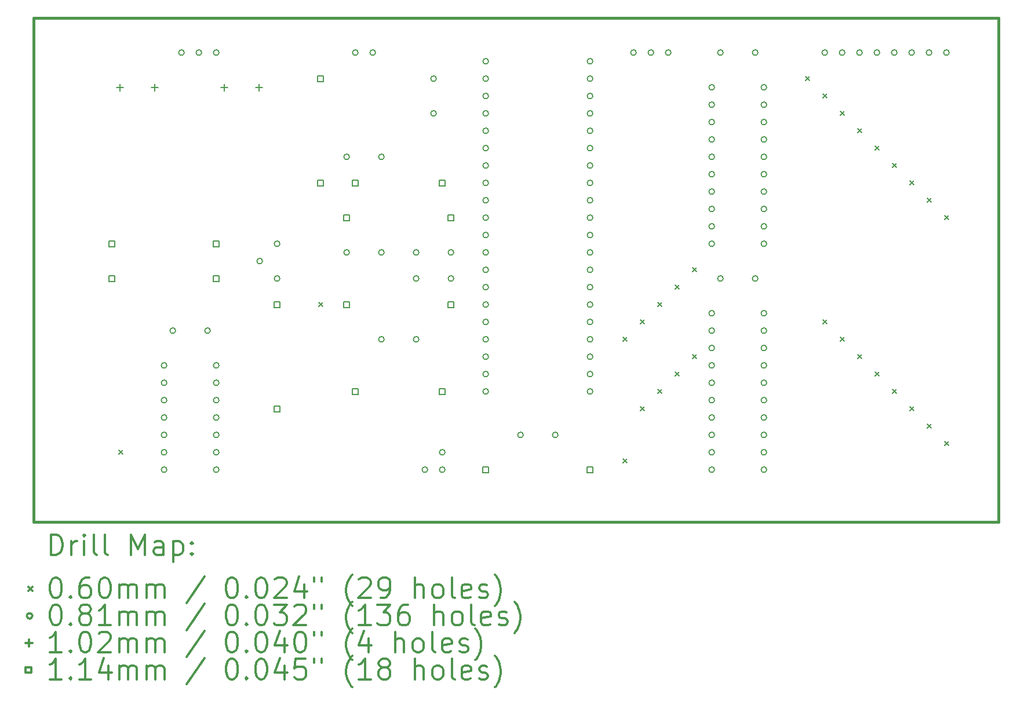
<source format=gbr>
%FSLAX45Y45*%
G04 Gerber Fmt 4.5, Leading zero omitted, Abs format (unit mm)*
G04 Created by KiCad (PCBNEW 4.0.5+dfsg1-4+deb9u1) date Mon Sep 26 08:32:42 2022*
%MOMM*%
%LPD*%
G01*
G04 APERTURE LIST*
%ADD10C,0.127000*%
%ADD11C,0.381000*%
%ADD12C,0.200000*%
%ADD13C,0.300000*%
G04 APERTURE END LIST*
D10*
D11*
X7493000Y-5969000D02*
X7493000Y-13335000D01*
X21590000Y-5969000D02*
X7493000Y-5969000D01*
X21590000Y-13335000D02*
X21590000Y-5969000D01*
X7493000Y-13335000D02*
X21590000Y-13335000D01*
D12*
X8733028Y-12289028D02*
X8792972Y-12348972D01*
X8792972Y-12289028D02*
X8733028Y-12348972D01*
X11654028Y-10130028D02*
X11713972Y-10189972D01*
X11713972Y-10130028D02*
X11654028Y-10189972D01*
X16099028Y-10638028D02*
X16158972Y-10697972D01*
X16158972Y-10638028D02*
X16099028Y-10697972D01*
X16099028Y-12416028D02*
X16158972Y-12475972D01*
X16158972Y-12416028D02*
X16099028Y-12475972D01*
X16353028Y-10384028D02*
X16412972Y-10443972D01*
X16412972Y-10384028D02*
X16353028Y-10443972D01*
X16353028Y-11654028D02*
X16412972Y-11713972D01*
X16412972Y-11654028D02*
X16353028Y-11713972D01*
X16607028Y-10130028D02*
X16666972Y-10189972D01*
X16666972Y-10130028D02*
X16607028Y-10189972D01*
X16607028Y-11400028D02*
X16666972Y-11459972D01*
X16666972Y-11400028D02*
X16607028Y-11459972D01*
X16861028Y-9876028D02*
X16920972Y-9935972D01*
X16920972Y-9876028D02*
X16861028Y-9935972D01*
X16861028Y-11146028D02*
X16920972Y-11205972D01*
X16920972Y-11146028D02*
X16861028Y-11205972D01*
X17115028Y-9622028D02*
X17174972Y-9681972D01*
X17174972Y-9622028D02*
X17115028Y-9681972D01*
X17115028Y-10892028D02*
X17174972Y-10951972D01*
X17174972Y-10892028D02*
X17115028Y-10951972D01*
X18766028Y-6828028D02*
X18825972Y-6887972D01*
X18825972Y-6828028D02*
X18766028Y-6887972D01*
X19020028Y-7082028D02*
X19079972Y-7141972D01*
X19079972Y-7082028D02*
X19020028Y-7141972D01*
X19020028Y-10384028D02*
X19079972Y-10443972D01*
X19079972Y-10384028D02*
X19020028Y-10443972D01*
X19274028Y-7336028D02*
X19333972Y-7395972D01*
X19333972Y-7336028D02*
X19274028Y-7395972D01*
X19274028Y-10638028D02*
X19333972Y-10697972D01*
X19333972Y-10638028D02*
X19274028Y-10697972D01*
X19528028Y-7590028D02*
X19587972Y-7649972D01*
X19587972Y-7590028D02*
X19528028Y-7649972D01*
X19528028Y-10892028D02*
X19587972Y-10951972D01*
X19587972Y-10892028D02*
X19528028Y-10951972D01*
X19782028Y-7844028D02*
X19841972Y-7903972D01*
X19841972Y-7844028D02*
X19782028Y-7903972D01*
X19782028Y-11146028D02*
X19841972Y-11205972D01*
X19841972Y-11146028D02*
X19782028Y-11205972D01*
X20036028Y-8098028D02*
X20095972Y-8157972D01*
X20095972Y-8098028D02*
X20036028Y-8157972D01*
X20036028Y-11400028D02*
X20095972Y-11459972D01*
X20095972Y-11400028D02*
X20036028Y-11459972D01*
X20290028Y-8352028D02*
X20349972Y-8411972D01*
X20349972Y-8352028D02*
X20290028Y-8411972D01*
X20290028Y-11654028D02*
X20349972Y-11713972D01*
X20349972Y-11654028D02*
X20290028Y-11713972D01*
X20544028Y-8606028D02*
X20603972Y-8665972D01*
X20603972Y-8606028D02*
X20544028Y-8665972D01*
X20544028Y-11908028D02*
X20603972Y-11967972D01*
X20603972Y-11908028D02*
X20544028Y-11967972D01*
X20798028Y-8860028D02*
X20857972Y-8919972D01*
X20857972Y-8860028D02*
X20798028Y-8919972D01*
X20798028Y-12162028D02*
X20857972Y-12221972D01*
X20857972Y-12162028D02*
X20798028Y-12221972D01*
X9438640Y-11049000D02*
G75*
G03X9438640Y-11049000I-40640J0D01*
G01*
X9438640Y-11303000D02*
G75*
G03X9438640Y-11303000I-40640J0D01*
G01*
X9438640Y-11557000D02*
G75*
G03X9438640Y-11557000I-40640J0D01*
G01*
X9438640Y-11811000D02*
G75*
G03X9438640Y-11811000I-40640J0D01*
G01*
X9438640Y-12065000D02*
G75*
G03X9438640Y-12065000I-40640J0D01*
G01*
X9438640Y-12319000D02*
G75*
G03X9438640Y-12319000I-40640J0D01*
G01*
X9438640Y-12573000D02*
G75*
G03X9438640Y-12573000I-40640J0D01*
G01*
X9565640Y-10541000D02*
G75*
G03X9565640Y-10541000I-40640J0D01*
G01*
X9692640Y-6477000D02*
G75*
G03X9692640Y-6477000I-40640J0D01*
G01*
X9946640Y-6477000D02*
G75*
G03X9946640Y-6477000I-40640J0D01*
G01*
X10073640Y-10541000D02*
G75*
G03X10073640Y-10541000I-40640J0D01*
G01*
X10200640Y-6477000D02*
G75*
G03X10200640Y-6477000I-40640J0D01*
G01*
X10200640Y-11049000D02*
G75*
G03X10200640Y-11049000I-40640J0D01*
G01*
X10200640Y-11303000D02*
G75*
G03X10200640Y-11303000I-40640J0D01*
G01*
X10200640Y-11557000D02*
G75*
G03X10200640Y-11557000I-40640J0D01*
G01*
X10200640Y-11811000D02*
G75*
G03X10200640Y-11811000I-40640J0D01*
G01*
X10200640Y-12065000D02*
G75*
G03X10200640Y-12065000I-40640J0D01*
G01*
X10200640Y-12319000D02*
G75*
G03X10200640Y-12319000I-40640J0D01*
G01*
X10200640Y-12573000D02*
G75*
G03X10200640Y-12573000I-40640J0D01*
G01*
X10835640Y-9525000D02*
G75*
G03X10835640Y-9525000I-40640J0D01*
G01*
X11089640Y-9271000D02*
G75*
G03X11089640Y-9271000I-40640J0D01*
G01*
X11089640Y-9779000D02*
G75*
G03X11089640Y-9779000I-40640J0D01*
G01*
X12105640Y-8001000D02*
G75*
G03X12105640Y-8001000I-40640J0D01*
G01*
X12105640Y-9398000D02*
G75*
G03X12105640Y-9398000I-40640J0D01*
G01*
X12232640Y-6477000D02*
G75*
G03X12232640Y-6477000I-40640J0D01*
G01*
X12486640Y-6477000D02*
G75*
G03X12486640Y-6477000I-40640J0D01*
G01*
X12613640Y-8001000D02*
G75*
G03X12613640Y-8001000I-40640J0D01*
G01*
X12613640Y-9398000D02*
G75*
G03X12613640Y-9398000I-40640J0D01*
G01*
X12613640Y-10668000D02*
G75*
G03X12613640Y-10668000I-40640J0D01*
G01*
X13121640Y-9398000D02*
G75*
G03X13121640Y-9398000I-40640J0D01*
G01*
X13121640Y-9779000D02*
G75*
G03X13121640Y-9779000I-40640J0D01*
G01*
X13121640Y-10668000D02*
G75*
G03X13121640Y-10668000I-40640J0D01*
G01*
X13248640Y-12573000D02*
G75*
G03X13248640Y-12573000I-40640J0D01*
G01*
X13375640Y-6858000D02*
G75*
G03X13375640Y-6858000I-40640J0D01*
G01*
X13375640Y-7366000D02*
G75*
G03X13375640Y-7366000I-40640J0D01*
G01*
X13502640Y-12319000D02*
G75*
G03X13502640Y-12319000I-40640J0D01*
G01*
X13502640Y-12573000D02*
G75*
G03X13502640Y-12573000I-40640J0D01*
G01*
X13629640Y-9398000D02*
G75*
G03X13629640Y-9398000I-40640J0D01*
G01*
X13629640Y-9779000D02*
G75*
G03X13629640Y-9779000I-40640J0D01*
G01*
X14137640Y-6604000D02*
G75*
G03X14137640Y-6604000I-40640J0D01*
G01*
X14137640Y-6858000D02*
G75*
G03X14137640Y-6858000I-40640J0D01*
G01*
X14137640Y-7112000D02*
G75*
G03X14137640Y-7112000I-40640J0D01*
G01*
X14137640Y-7366000D02*
G75*
G03X14137640Y-7366000I-40640J0D01*
G01*
X14137640Y-7620000D02*
G75*
G03X14137640Y-7620000I-40640J0D01*
G01*
X14137640Y-7874000D02*
G75*
G03X14137640Y-7874000I-40640J0D01*
G01*
X14137640Y-8128000D02*
G75*
G03X14137640Y-8128000I-40640J0D01*
G01*
X14137640Y-8382000D02*
G75*
G03X14137640Y-8382000I-40640J0D01*
G01*
X14137640Y-8636000D02*
G75*
G03X14137640Y-8636000I-40640J0D01*
G01*
X14137640Y-8890000D02*
G75*
G03X14137640Y-8890000I-40640J0D01*
G01*
X14137640Y-9144000D02*
G75*
G03X14137640Y-9144000I-40640J0D01*
G01*
X14137640Y-9398000D02*
G75*
G03X14137640Y-9398000I-40640J0D01*
G01*
X14137640Y-9652000D02*
G75*
G03X14137640Y-9652000I-40640J0D01*
G01*
X14137640Y-9906000D02*
G75*
G03X14137640Y-9906000I-40640J0D01*
G01*
X14137640Y-10160000D02*
G75*
G03X14137640Y-10160000I-40640J0D01*
G01*
X14137640Y-10414000D02*
G75*
G03X14137640Y-10414000I-40640J0D01*
G01*
X14137640Y-10668000D02*
G75*
G03X14137640Y-10668000I-40640J0D01*
G01*
X14137640Y-10922000D02*
G75*
G03X14137640Y-10922000I-40640J0D01*
G01*
X14137640Y-11176000D02*
G75*
G03X14137640Y-11176000I-40640J0D01*
G01*
X14137640Y-11430000D02*
G75*
G03X14137640Y-11430000I-40640J0D01*
G01*
X14645640Y-12065000D02*
G75*
G03X14645640Y-12065000I-40640J0D01*
G01*
X15153640Y-12065000D02*
G75*
G03X15153640Y-12065000I-40640J0D01*
G01*
X15661640Y-6604000D02*
G75*
G03X15661640Y-6604000I-40640J0D01*
G01*
X15661640Y-6858000D02*
G75*
G03X15661640Y-6858000I-40640J0D01*
G01*
X15661640Y-7112000D02*
G75*
G03X15661640Y-7112000I-40640J0D01*
G01*
X15661640Y-7366000D02*
G75*
G03X15661640Y-7366000I-40640J0D01*
G01*
X15661640Y-7620000D02*
G75*
G03X15661640Y-7620000I-40640J0D01*
G01*
X15661640Y-7874000D02*
G75*
G03X15661640Y-7874000I-40640J0D01*
G01*
X15661640Y-8128000D02*
G75*
G03X15661640Y-8128000I-40640J0D01*
G01*
X15661640Y-8382000D02*
G75*
G03X15661640Y-8382000I-40640J0D01*
G01*
X15661640Y-8636000D02*
G75*
G03X15661640Y-8636000I-40640J0D01*
G01*
X15661640Y-8890000D02*
G75*
G03X15661640Y-8890000I-40640J0D01*
G01*
X15661640Y-9144000D02*
G75*
G03X15661640Y-9144000I-40640J0D01*
G01*
X15661640Y-9398000D02*
G75*
G03X15661640Y-9398000I-40640J0D01*
G01*
X15661640Y-9652000D02*
G75*
G03X15661640Y-9652000I-40640J0D01*
G01*
X15661640Y-9906000D02*
G75*
G03X15661640Y-9906000I-40640J0D01*
G01*
X15661640Y-10160000D02*
G75*
G03X15661640Y-10160000I-40640J0D01*
G01*
X15661640Y-10414000D02*
G75*
G03X15661640Y-10414000I-40640J0D01*
G01*
X15661640Y-10668000D02*
G75*
G03X15661640Y-10668000I-40640J0D01*
G01*
X15661640Y-10922000D02*
G75*
G03X15661640Y-10922000I-40640J0D01*
G01*
X15661640Y-11176000D02*
G75*
G03X15661640Y-11176000I-40640J0D01*
G01*
X15661640Y-11430000D02*
G75*
G03X15661640Y-11430000I-40640J0D01*
G01*
X16296640Y-6477000D02*
G75*
G03X16296640Y-6477000I-40640J0D01*
G01*
X16550640Y-6477000D02*
G75*
G03X16550640Y-6477000I-40640J0D01*
G01*
X16804640Y-6477000D02*
G75*
G03X16804640Y-6477000I-40640J0D01*
G01*
X17439640Y-6985000D02*
G75*
G03X17439640Y-6985000I-40640J0D01*
G01*
X17439640Y-7239000D02*
G75*
G03X17439640Y-7239000I-40640J0D01*
G01*
X17439640Y-7493000D02*
G75*
G03X17439640Y-7493000I-40640J0D01*
G01*
X17439640Y-7747000D02*
G75*
G03X17439640Y-7747000I-40640J0D01*
G01*
X17439640Y-8001000D02*
G75*
G03X17439640Y-8001000I-40640J0D01*
G01*
X17439640Y-8255000D02*
G75*
G03X17439640Y-8255000I-40640J0D01*
G01*
X17439640Y-8509000D02*
G75*
G03X17439640Y-8509000I-40640J0D01*
G01*
X17439640Y-8763000D02*
G75*
G03X17439640Y-8763000I-40640J0D01*
G01*
X17439640Y-9017000D02*
G75*
G03X17439640Y-9017000I-40640J0D01*
G01*
X17439640Y-9271000D02*
G75*
G03X17439640Y-9271000I-40640J0D01*
G01*
X17439640Y-10287000D02*
G75*
G03X17439640Y-10287000I-40640J0D01*
G01*
X17439640Y-10541000D02*
G75*
G03X17439640Y-10541000I-40640J0D01*
G01*
X17439640Y-10795000D02*
G75*
G03X17439640Y-10795000I-40640J0D01*
G01*
X17439640Y-11049000D02*
G75*
G03X17439640Y-11049000I-40640J0D01*
G01*
X17439640Y-11303000D02*
G75*
G03X17439640Y-11303000I-40640J0D01*
G01*
X17439640Y-11557000D02*
G75*
G03X17439640Y-11557000I-40640J0D01*
G01*
X17439640Y-11811000D02*
G75*
G03X17439640Y-11811000I-40640J0D01*
G01*
X17439640Y-12065000D02*
G75*
G03X17439640Y-12065000I-40640J0D01*
G01*
X17439640Y-12319000D02*
G75*
G03X17439640Y-12319000I-40640J0D01*
G01*
X17439640Y-12573000D02*
G75*
G03X17439640Y-12573000I-40640J0D01*
G01*
X17566640Y-6477000D02*
G75*
G03X17566640Y-6477000I-40640J0D01*
G01*
X17566640Y-9779000D02*
G75*
G03X17566640Y-9779000I-40640J0D01*
G01*
X18074640Y-6477000D02*
G75*
G03X18074640Y-6477000I-40640J0D01*
G01*
X18074640Y-9779000D02*
G75*
G03X18074640Y-9779000I-40640J0D01*
G01*
X18201640Y-6985000D02*
G75*
G03X18201640Y-6985000I-40640J0D01*
G01*
X18201640Y-7239000D02*
G75*
G03X18201640Y-7239000I-40640J0D01*
G01*
X18201640Y-7493000D02*
G75*
G03X18201640Y-7493000I-40640J0D01*
G01*
X18201640Y-7747000D02*
G75*
G03X18201640Y-7747000I-40640J0D01*
G01*
X18201640Y-8001000D02*
G75*
G03X18201640Y-8001000I-40640J0D01*
G01*
X18201640Y-8255000D02*
G75*
G03X18201640Y-8255000I-40640J0D01*
G01*
X18201640Y-8509000D02*
G75*
G03X18201640Y-8509000I-40640J0D01*
G01*
X18201640Y-8763000D02*
G75*
G03X18201640Y-8763000I-40640J0D01*
G01*
X18201640Y-9017000D02*
G75*
G03X18201640Y-9017000I-40640J0D01*
G01*
X18201640Y-9271000D02*
G75*
G03X18201640Y-9271000I-40640J0D01*
G01*
X18201640Y-10287000D02*
G75*
G03X18201640Y-10287000I-40640J0D01*
G01*
X18201640Y-10541000D02*
G75*
G03X18201640Y-10541000I-40640J0D01*
G01*
X18201640Y-10795000D02*
G75*
G03X18201640Y-10795000I-40640J0D01*
G01*
X18201640Y-11049000D02*
G75*
G03X18201640Y-11049000I-40640J0D01*
G01*
X18201640Y-11303000D02*
G75*
G03X18201640Y-11303000I-40640J0D01*
G01*
X18201640Y-11557000D02*
G75*
G03X18201640Y-11557000I-40640J0D01*
G01*
X18201640Y-11811000D02*
G75*
G03X18201640Y-11811000I-40640J0D01*
G01*
X18201640Y-12065000D02*
G75*
G03X18201640Y-12065000I-40640J0D01*
G01*
X18201640Y-12319000D02*
G75*
G03X18201640Y-12319000I-40640J0D01*
G01*
X18201640Y-12573000D02*
G75*
G03X18201640Y-12573000I-40640J0D01*
G01*
X19090640Y-6477000D02*
G75*
G03X19090640Y-6477000I-40640J0D01*
G01*
X19344640Y-6477000D02*
G75*
G03X19344640Y-6477000I-40640J0D01*
G01*
X19598640Y-6477000D02*
G75*
G03X19598640Y-6477000I-40640J0D01*
G01*
X19852640Y-6477000D02*
G75*
G03X19852640Y-6477000I-40640J0D01*
G01*
X20106640Y-6477000D02*
G75*
G03X20106640Y-6477000I-40640J0D01*
G01*
X20360640Y-6477000D02*
G75*
G03X20360640Y-6477000I-40640J0D01*
G01*
X20614640Y-6477000D02*
G75*
G03X20614640Y-6477000I-40640J0D01*
G01*
X20868640Y-6477000D02*
G75*
G03X20868640Y-6477000I-40640J0D01*
G01*
X8750300Y-6934200D02*
X8750300Y-7035800D01*
X8699500Y-6985000D02*
X8801100Y-6985000D01*
X9258300Y-6934200D02*
X9258300Y-7035800D01*
X9207500Y-6985000D02*
X9309100Y-6985000D01*
X10274300Y-6934200D02*
X10274300Y-7035800D01*
X10223500Y-6985000D02*
X10325100Y-6985000D01*
X10782300Y-6934200D02*
X10782300Y-7035800D01*
X10731500Y-6985000D02*
X10833100Y-6985000D01*
X8676412Y-9311412D02*
X8676412Y-9230589D01*
X8595589Y-9230589D01*
X8595589Y-9311412D01*
X8676412Y-9311412D01*
X8676412Y-9819412D02*
X8676412Y-9738589D01*
X8595589Y-9738589D01*
X8595589Y-9819412D01*
X8676412Y-9819412D01*
X10200412Y-9311412D02*
X10200412Y-9230589D01*
X10119589Y-9230589D01*
X10119589Y-9311412D01*
X10200412Y-9311412D01*
X10200412Y-9819412D02*
X10200412Y-9738589D01*
X10119589Y-9738589D01*
X10119589Y-9819412D01*
X10200412Y-9819412D01*
X11089412Y-10200412D02*
X11089412Y-10119589D01*
X11008589Y-10119589D01*
X11008589Y-10200412D01*
X11089412Y-10200412D01*
X11089412Y-11724411D02*
X11089412Y-11643588D01*
X11008589Y-11643588D01*
X11008589Y-11724411D01*
X11089412Y-11724411D01*
X11724411Y-6898411D02*
X11724411Y-6817588D01*
X11643588Y-6817588D01*
X11643588Y-6898411D01*
X11724411Y-6898411D01*
X11724411Y-8422412D02*
X11724411Y-8341588D01*
X11643588Y-8341588D01*
X11643588Y-8422412D01*
X11724411Y-8422412D01*
X12105411Y-8930412D02*
X12105411Y-8849589D01*
X12024588Y-8849589D01*
X12024588Y-8930412D01*
X12105411Y-8930412D01*
X12105411Y-10200412D02*
X12105411Y-10119589D01*
X12024588Y-10119589D01*
X12024588Y-10200412D01*
X12105411Y-10200412D01*
X12232411Y-8422412D02*
X12232411Y-8341588D01*
X12151588Y-8341588D01*
X12151588Y-8422412D01*
X12232411Y-8422412D01*
X12232411Y-11470411D02*
X12232411Y-11389588D01*
X12151588Y-11389588D01*
X12151588Y-11470411D01*
X12232411Y-11470411D01*
X13502411Y-8422412D02*
X13502411Y-8341588D01*
X13421588Y-8341588D01*
X13421588Y-8422412D01*
X13502411Y-8422412D01*
X13502411Y-11470411D02*
X13502411Y-11389588D01*
X13421588Y-11389588D01*
X13421588Y-11470411D01*
X13502411Y-11470411D01*
X13629411Y-8930412D02*
X13629411Y-8849589D01*
X13548588Y-8849589D01*
X13548588Y-8930412D01*
X13629411Y-8930412D01*
X13629411Y-10200412D02*
X13629411Y-10119589D01*
X13548588Y-10119589D01*
X13548588Y-10200412D01*
X13629411Y-10200412D01*
X14137411Y-12613411D02*
X14137411Y-12532588D01*
X14056588Y-12532588D01*
X14056588Y-12613411D01*
X14137411Y-12613411D01*
X15661411Y-12613411D02*
X15661411Y-12532588D01*
X15580588Y-12532588D01*
X15580588Y-12613411D01*
X15661411Y-12613411D01*
D13*
X7745378Y-13819764D02*
X7745378Y-13519764D01*
X7816807Y-13519764D01*
X7859664Y-13534050D01*
X7888236Y-13562621D01*
X7902521Y-13591193D01*
X7916807Y-13648336D01*
X7916807Y-13691193D01*
X7902521Y-13748336D01*
X7888236Y-13776907D01*
X7859664Y-13805479D01*
X7816807Y-13819764D01*
X7745378Y-13819764D01*
X8045378Y-13819764D02*
X8045378Y-13619764D01*
X8045378Y-13676907D02*
X8059664Y-13648336D01*
X8073950Y-13634050D01*
X8102521Y-13619764D01*
X8131093Y-13619764D01*
X8231093Y-13819764D02*
X8231093Y-13619764D01*
X8231093Y-13519764D02*
X8216807Y-13534050D01*
X8231093Y-13548336D01*
X8245378Y-13534050D01*
X8231093Y-13519764D01*
X8231093Y-13548336D01*
X8416807Y-13819764D02*
X8388236Y-13805479D01*
X8373950Y-13776907D01*
X8373950Y-13519764D01*
X8573950Y-13819764D02*
X8545379Y-13805479D01*
X8531093Y-13776907D01*
X8531093Y-13519764D01*
X8916807Y-13819764D02*
X8916807Y-13519764D01*
X9016807Y-13734050D01*
X9116807Y-13519764D01*
X9116807Y-13819764D01*
X9388236Y-13819764D02*
X9388236Y-13662621D01*
X9373950Y-13634050D01*
X9345379Y-13619764D01*
X9288236Y-13619764D01*
X9259664Y-13634050D01*
X9388236Y-13805479D02*
X9359664Y-13819764D01*
X9288236Y-13819764D01*
X9259664Y-13805479D01*
X9245379Y-13776907D01*
X9245379Y-13748336D01*
X9259664Y-13719764D01*
X9288236Y-13705479D01*
X9359664Y-13705479D01*
X9388236Y-13691193D01*
X9531093Y-13619764D02*
X9531093Y-13919764D01*
X9531093Y-13634050D02*
X9559664Y-13619764D01*
X9616807Y-13619764D01*
X9645379Y-13634050D01*
X9659664Y-13648336D01*
X9673950Y-13676907D01*
X9673950Y-13762621D01*
X9659664Y-13791193D01*
X9645379Y-13805479D01*
X9616807Y-13819764D01*
X9559664Y-13819764D01*
X9531093Y-13805479D01*
X9802521Y-13791193D02*
X9816807Y-13805479D01*
X9802521Y-13819764D01*
X9788236Y-13805479D01*
X9802521Y-13791193D01*
X9802521Y-13819764D01*
X9802521Y-13634050D02*
X9816807Y-13648336D01*
X9802521Y-13662621D01*
X9788236Y-13648336D01*
X9802521Y-13634050D01*
X9802521Y-13662621D01*
X7414006Y-14284078D02*
X7473950Y-14344022D01*
X7473950Y-14284078D02*
X7414006Y-14344022D01*
X7802521Y-14149764D02*
X7831093Y-14149764D01*
X7859664Y-14164050D01*
X7873950Y-14178336D01*
X7888236Y-14206907D01*
X7902521Y-14264050D01*
X7902521Y-14335479D01*
X7888236Y-14392621D01*
X7873950Y-14421193D01*
X7859664Y-14435479D01*
X7831093Y-14449764D01*
X7802521Y-14449764D01*
X7773950Y-14435479D01*
X7759664Y-14421193D01*
X7745378Y-14392621D01*
X7731093Y-14335479D01*
X7731093Y-14264050D01*
X7745378Y-14206907D01*
X7759664Y-14178336D01*
X7773950Y-14164050D01*
X7802521Y-14149764D01*
X8031093Y-14421193D02*
X8045378Y-14435479D01*
X8031093Y-14449764D01*
X8016807Y-14435479D01*
X8031093Y-14421193D01*
X8031093Y-14449764D01*
X8302521Y-14149764D02*
X8245378Y-14149764D01*
X8216807Y-14164050D01*
X8202521Y-14178336D01*
X8173950Y-14221193D01*
X8159664Y-14278336D01*
X8159664Y-14392621D01*
X8173950Y-14421193D01*
X8188236Y-14435479D01*
X8216807Y-14449764D01*
X8273950Y-14449764D01*
X8302521Y-14435479D01*
X8316807Y-14421193D01*
X8331093Y-14392621D01*
X8331093Y-14321193D01*
X8316807Y-14292621D01*
X8302521Y-14278336D01*
X8273950Y-14264050D01*
X8216807Y-14264050D01*
X8188236Y-14278336D01*
X8173950Y-14292621D01*
X8159664Y-14321193D01*
X8516807Y-14149764D02*
X8545379Y-14149764D01*
X8573950Y-14164050D01*
X8588236Y-14178336D01*
X8602521Y-14206907D01*
X8616807Y-14264050D01*
X8616807Y-14335479D01*
X8602521Y-14392621D01*
X8588236Y-14421193D01*
X8573950Y-14435479D01*
X8545379Y-14449764D01*
X8516807Y-14449764D01*
X8488236Y-14435479D01*
X8473950Y-14421193D01*
X8459664Y-14392621D01*
X8445379Y-14335479D01*
X8445379Y-14264050D01*
X8459664Y-14206907D01*
X8473950Y-14178336D01*
X8488236Y-14164050D01*
X8516807Y-14149764D01*
X8745379Y-14449764D02*
X8745379Y-14249764D01*
X8745379Y-14278336D02*
X8759664Y-14264050D01*
X8788236Y-14249764D01*
X8831093Y-14249764D01*
X8859664Y-14264050D01*
X8873950Y-14292621D01*
X8873950Y-14449764D01*
X8873950Y-14292621D02*
X8888236Y-14264050D01*
X8916807Y-14249764D01*
X8959664Y-14249764D01*
X8988236Y-14264050D01*
X9002521Y-14292621D01*
X9002521Y-14449764D01*
X9145379Y-14449764D02*
X9145379Y-14249764D01*
X9145379Y-14278336D02*
X9159664Y-14264050D01*
X9188236Y-14249764D01*
X9231093Y-14249764D01*
X9259664Y-14264050D01*
X9273950Y-14292621D01*
X9273950Y-14449764D01*
X9273950Y-14292621D02*
X9288236Y-14264050D01*
X9316807Y-14249764D01*
X9359664Y-14249764D01*
X9388236Y-14264050D01*
X9402521Y-14292621D01*
X9402521Y-14449764D01*
X9988236Y-14135479D02*
X9731093Y-14521193D01*
X10373950Y-14149764D02*
X10402521Y-14149764D01*
X10431093Y-14164050D01*
X10445378Y-14178336D01*
X10459664Y-14206907D01*
X10473950Y-14264050D01*
X10473950Y-14335479D01*
X10459664Y-14392621D01*
X10445378Y-14421193D01*
X10431093Y-14435479D01*
X10402521Y-14449764D01*
X10373950Y-14449764D01*
X10345378Y-14435479D01*
X10331093Y-14421193D01*
X10316807Y-14392621D01*
X10302521Y-14335479D01*
X10302521Y-14264050D01*
X10316807Y-14206907D01*
X10331093Y-14178336D01*
X10345378Y-14164050D01*
X10373950Y-14149764D01*
X10602521Y-14421193D02*
X10616807Y-14435479D01*
X10602521Y-14449764D01*
X10588236Y-14435479D01*
X10602521Y-14421193D01*
X10602521Y-14449764D01*
X10802521Y-14149764D02*
X10831093Y-14149764D01*
X10859664Y-14164050D01*
X10873950Y-14178336D01*
X10888236Y-14206907D01*
X10902521Y-14264050D01*
X10902521Y-14335479D01*
X10888236Y-14392621D01*
X10873950Y-14421193D01*
X10859664Y-14435479D01*
X10831093Y-14449764D01*
X10802521Y-14449764D01*
X10773950Y-14435479D01*
X10759664Y-14421193D01*
X10745378Y-14392621D01*
X10731093Y-14335479D01*
X10731093Y-14264050D01*
X10745378Y-14206907D01*
X10759664Y-14178336D01*
X10773950Y-14164050D01*
X10802521Y-14149764D01*
X11016807Y-14178336D02*
X11031093Y-14164050D01*
X11059664Y-14149764D01*
X11131093Y-14149764D01*
X11159664Y-14164050D01*
X11173950Y-14178336D01*
X11188236Y-14206907D01*
X11188236Y-14235479D01*
X11173950Y-14278336D01*
X11002521Y-14449764D01*
X11188236Y-14449764D01*
X11445378Y-14249764D02*
X11445378Y-14449764D01*
X11373950Y-14135479D02*
X11302521Y-14349764D01*
X11488235Y-14349764D01*
X11588236Y-14149764D02*
X11588236Y-14206907D01*
X11702521Y-14149764D02*
X11702521Y-14206907D01*
X12145378Y-14564050D02*
X12131093Y-14549764D01*
X12102521Y-14506907D01*
X12088235Y-14478336D01*
X12073950Y-14435479D01*
X12059664Y-14364050D01*
X12059664Y-14306907D01*
X12073950Y-14235479D01*
X12088235Y-14192621D01*
X12102521Y-14164050D01*
X12131093Y-14121193D01*
X12145378Y-14106907D01*
X12245378Y-14178336D02*
X12259664Y-14164050D01*
X12288235Y-14149764D01*
X12359664Y-14149764D01*
X12388235Y-14164050D01*
X12402521Y-14178336D01*
X12416807Y-14206907D01*
X12416807Y-14235479D01*
X12402521Y-14278336D01*
X12231093Y-14449764D01*
X12416807Y-14449764D01*
X12559664Y-14449764D02*
X12616807Y-14449764D01*
X12645378Y-14435479D01*
X12659664Y-14421193D01*
X12688235Y-14378336D01*
X12702521Y-14321193D01*
X12702521Y-14206907D01*
X12688235Y-14178336D01*
X12673950Y-14164050D01*
X12645378Y-14149764D01*
X12588235Y-14149764D01*
X12559664Y-14164050D01*
X12545378Y-14178336D01*
X12531093Y-14206907D01*
X12531093Y-14278336D01*
X12545378Y-14306907D01*
X12559664Y-14321193D01*
X12588235Y-14335479D01*
X12645378Y-14335479D01*
X12673950Y-14321193D01*
X12688235Y-14306907D01*
X12702521Y-14278336D01*
X13059664Y-14449764D02*
X13059664Y-14149764D01*
X13188235Y-14449764D02*
X13188235Y-14292621D01*
X13173950Y-14264050D01*
X13145378Y-14249764D01*
X13102521Y-14249764D01*
X13073950Y-14264050D01*
X13059664Y-14278336D01*
X13373950Y-14449764D02*
X13345378Y-14435479D01*
X13331093Y-14421193D01*
X13316807Y-14392621D01*
X13316807Y-14306907D01*
X13331093Y-14278336D01*
X13345378Y-14264050D01*
X13373950Y-14249764D01*
X13416807Y-14249764D01*
X13445378Y-14264050D01*
X13459664Y-14278336D01*
X13473950Y-14306907D01*
X13473950Y-14392621D01*
X13459664Y-14421193D01*
X13445378Y-14435479D01*
X13416807Y-14449764D01*
X13373950Y-14449764D01*
X13645378Y-14449764D02*
X13616807Y-14435479D01*
X13602521Y-14406907D01*
X13602521Y-14149764D01*
X13873950Y-14435479D02*
X13845378Y-14449764D01*
X13788236Y-14449764D01*
X13759664Y-14435479D01*
X13745378Y-14406907D01*
X13745378Y-14292621D01*
X13759664Y-14264050D01*
X13788236Y-14249764D01*
X13845378Y-14249764D01*
X13873950Y-14264050D01*
X13888236Y-14292621D01*
X13888236Y-14321193D01*
X13745378Y-14349764D01*
X14002521Y-14435479D02*
X14031093Y-14449764D01*
X14088236Y-14449764D01*
X14116807Y-14435479D01*
X14131093Y-14406907D01*
X14131093Y-14392621D01*
X14116807Y-14364050D01*
X14088236Y-14349764D01*
X14045378Y-14349764D01*
X14016807Y-14335479D01*
X14002521Y-14306907D01*
X14002521Y-14292621D01*
X14016807Y-14264050D01*
X14045378Y-14249764D01*
X14088236Y-14249764D01*
X14116807Y-14264050D01*
X14231093Y-14564050D02*
X14245378Y-14549764D01*
X14273950Y-14506907D01*
X14288236Y-14478336D01*
X14302521Y-14435479D01*
X14316807Y-14364050D01*
X14316807Y-14306907D01*
X14302521Y-14235479D01*
X14288236Y-14192621D01*
X14273950Y-14164050D01*
X14245378Y-14121193D01*
X14231093Y-14106907D01*
X7473950Y-14710050D02*
G75*
G03X7473950Y-14710050I-40640J0D01*
G01*
X7802521Y-14545764D02*
X7831093Y-14545764D01*
X7859664Y-14560050D01*
X7873950Y-14574336D01*
X7888236Y-14602907D01*
X7902521Y-14660050D01*
X7902521Y-14731479D01*
X7888236Y-14788621D01*
X7873950Y-14817193D01*
X7859664Y-14831479D01*
X7831093Y-14845764D01*
X7802521Y-14845764D01*
X7773950Y-14831479D01*
X7759664Y-14817193D01*
X7745378Y-14788621D01*
X7731093Y-14731479D01*
X7731093Y-14660050D01*
X7745378Y-14602907D01*
X7759664Y-14574336D01*
X7773950Y-14560050D01*
X7802521Y-14545764D01*
X8031093Y-14817193D02*
X8045378Y-14831479D01*
X8031093Y-14845764D01*
X8016807Y-14831479D01*
X8031093Y-14817193D01*
X8031093Y-14845764D01*
X8216807Y-14674336D02*
X8188236Y-14660050D01*
X8173950Y-14645764D01*
X8159664Y-14617193D01*
X8159664Y-14602907D01*
X8173950Y-14574336D01*
X8188236Y-14560050D01*
X8216807Y-14545764D01*
X8273950Y-14545764D01*
X8302521Y-14560050D01*
X8316807Y-14574336D01*
X8331093Y-14602907D01*
X8331093Y-14617193D01*
X8316807Y-14645764D01*
X8302521Y-14660050D01*
X8273950Y-14674336D01*
X8216807Y-14674336D01*
X8188236Y-14688621D01*
X8173950Y-14702907D01*
X8159664Y-14731479D01*
X8159664Y-14788621D01*
X8173950Y-14817193D01*
X8188236Y-14831479D01*
X8216807Y-14845764D01*
X8273950Y-14845764D01*
X8302521Y-14831479D01*
X8316807Y-14817193D01*
X8331093Y-14788621D01*
X8331093Y-14731479D01*
X8316807Y-14702907D01*
X8302521Y-14688621D01*
X8273950Y-14674336D01*
X8616807Y-14845764D02*
X8445379Y-14845764D01*
X8531093Y-14845764D02*
X8531093Y-14545764D01*
X8502521Y-14588621D01*
X8473950Y-14617193D01*
X8445379Y-14631479D01*
X8745379Y-14845764D02*
X8745379Y-14645764D01*
X8745379Y-14674336D02*
X8759664Y-14660050D01*
X8788236Y-14645764D01*
X8831093Y-14645764D01*
X8859664Y-14660050D01*
X8873950Y-14688621D01*
X8873950Y-14845764D01*
X8873950Y-14688621D02*
X8888236Y-14660050D01*
X8916807Y-14645764D01*
X8959664Y-14645764D01*
X8988236Y-14660050D01*
X9002521Y-14688621D01*
X9002521Y-14845764D01*
X9145379Y-14845764D02*
X9145379Y-14645764D01*
X9145379Y-14674336D02*
X9159664Y-14660050D01*
X9188236Y-14645764D01*
X9231093Y-14645764D01*
X9259664Y-14660050D01*
X9273950Y-14688621D01*
X9273950Y-14845764D01*
X9273950Y-14688621D02*
X9288236Y-14660050D01*
X9316807Y-14645764D01*
X9359664Y-14645764D01*
X9388236Y-14660050D01*
X9402521Y-14688621D01*
X9402521Y-14845764D01*
X9988236Y-14531479D02*
X9731093Y-14917193D01*
X10373950Y-14545764D02*
X10402521Y-14545764D01*
X10431093Y-14560050D01*
X10445378Y-14574336D01*
X10459664Y-14602907D01*
X10473950Y-14660050D01*
X10473950Y-14731479D01*
X10459664Y-14788621D01*
X10445378Y-14817193D01*
X10431093Y-14831479D01*
X10402521Y-14845764D01*
X10373950Y-14845764D01*
X10345378Y-14831479D01*
X10331093Y-14817193D01*
X10316807Y-14788621D01*
X10302521Y-14731479D01*
X10302521Y-14660050D01*
X10316807Y-14602907D01*
X10331093Y-14574336D01*
X10345378Y-14560050D01*
X10373950Y-14545764D01*
X10602521Y-14817193D02*
X10616807Y-14831479D01*
X10602521Y-14845764D01*
X10588236Y-14831479D01*
X10602521Y-14817193D01*
X10602521Y-14845764D01*
X10802521Y-14545764D02*
X10831093Y-14545764D01*
X10859664Y-14560050D01*
X10873950Y-14574336D01*
X10888236Y-14602907D01*
X10902521Y-14660050D01*
X10902521Y-14731479D01*
X10888236Y-14788621D01*
X10873950Y-14817193D01*
X10859664Y-14831479D01*
X10831093Y-14845764D01*
X10802521Y-14845764D01*
X10773950Y-14831479D01*
X10759664Y-14817193D01*
X10745378Y-14788621D01*
X10731093Y-14731479D01*
X10731093Y-14660050D01*
X10745378Y-14602907D01*
X10759664Y-14574336D01*
X10773950Y-14560050D01*
X10802521Y-14545764D01*
X11002521Y-14545764D02*
X11188236Y-14545764D01*
X11088236Y-14660050D01*
X11131093Y-14660050D01*
X11159664Y-14674336D01*
X11173950Y-14688621D01*
X11188236Y-14717193D01*
X11188236Y-14788621D01*
X11173950Y-14817193D01*
X11159664Y-14831479D01*
X11131093Y-14845764D01*
X11045378Y-14845764D01*
X11016807Y-14831479D01*
X11002521Y-14817193D01*
X11302521Y-14574336D02*
X11316807Y-14560050D01*
X11345378Y-14545764D01*
X11416807Y-14545764D01*
X11445378Y-14560050D01*
X11459664Y-14574336D01*
X11473950Y-14602907D01*
X11473950Y-14631479D01*
X11459664Y-14674336D01*
X11288235Y-14845764D01*
X11473950Y-14845764D01*
X11588236Y-14545764D02*
X11588236Y-14602907D01*
X11702521Y-14545764D02*
X11702521Y-14602907D01*
X12145378Y-14960050D02*
X12131093Y-14945764D01*
X12102521Y-14902907D01*
X12088235Y-14874336D01*
X12073950Y-14831479D01*
X12059664Y-14760050D01*
X12059664Y-14702907D01*
X12073950Y-14631479D01*
X12088235Y-14588621D01*
X12102521Y-14560050D01*
X12131093Y-14517193D01*
X12145378Y-14502907D01*
X12416807Y-14845764D02*
X12245378Y-14845764D01*
X12331093Y-14845764D02*
X12331093Y-14545764D01*
X12302521Y-14588621D01*
X12273950Y-14617193D01*
X12245378Y-14631479D01*
X12516807Y-14545764D02*
X12702521Y-14545764D01*
X12602521Y-14660050D01*
X12645378Y-14660050D01*
X12673950Y-14674336D01*
X12688235Y-14688621D01*
X12702521Y-14717193D01*
X12702521Y-14788621D01*
X12688235Y-14817193D01*
X12673950Y-14831479D01*
X12645378Y-14845764D01*
X12559664Y-14845764D01*
X12531093Y-14831479D01*
X12516807Y-14817193D01*
X12959664Y-14545764D02*
X12902521Y-14545764D01*
X12873950Y-14560050D01*
X12859664Y-14574336D01*
X12831093Y-14617193D01*
X12816807Y-14674336D01*
X12816807Y-14788621D01*
X12831093Y-14817193D01*
X12845378Y-14831479D01*
X12873950Y-14845764D01*
X12931093Y-14845764D01*
X12959664Y-14831479D01*
X12973950Y-14817193D01*
X12988235Y-14788621D01*
X12988235Y-14717193D01*
X12973950Y-14688621D01*
X12959664Y-14674336D01*
X12931093Y-14660050D01*
X12873950Y-14660050D01*
X12845378Y-14674336D01*
X12831093Y-14688621D01*
X12816807Y-14717193D01*
X13345378Y-14845764D02*
X13345378Y-14545764D01*
X13473950Y-14845764D02*
X13473950Y-14688621D01*
X13459664Y-14660050D01*
X13431093Y-14645764D01*
X13388235Y-14645764D01*
X13359664Y-14660050D01*
X13345378Y-14674336D01*
X13659664Y-14845764D02*
X13631093Y-14831479D01*
X13616807Y-14817193D01*
X13602521Y-14788621D01*
X13602521Y-14702907D01*
X13616807Y-14674336D01*
X13631093Y-14660050D01*
X13659664Y-14645764D01*
X13702521Y-14645764D01*
X13731093Y-14660050D01*
X13745378Y-14674336D01*
X13759664Y-14702907D01*
X13759664Y-14788621D01*
X13745378Y-14817193D01*
X13731093Y-14831479D01*
X13702521Y-14845764D01*
X13659664Y-14845764D01*
X13931093Y-14845764D02*
X13902521Y-14831479D01*
X13888236Y-14802907D01*
X13888236Y-14545764D01*
X14159664Y-14831479D02*
X14131093Y-14845764D01*
X14073950Y-14845764D01*
X14045378Y-14831479D01*
X14031093Y-14802907D01*
X14031093Y-14688621D01*
X14045378Y-14660050D01*
X14073950Y-14645764D01*
X14131093Y-14645764D01*
X14159664Y-14660050D01*
X14173950Y-14688621D01*
X14173950Y-14717193D01*
X14031093Y-14745764D01*
X14288236Y-14831479D02*
X14316807Y-14845764D01*
X14373950Y-14845764D01*
X14402521Y-14831479D01*
X14416807Y-14802907D01*
X14416807Y-14788621D01*
X14402521Y-14760050D01*
X14373950Y-14745764D01*
X14331093Y-14745764D01*
X14302521Y-14731479D01*
X14288236Y-14702907D01*
X14288236Y-14688621D01*
X14302521Y-14660050D01*
X14331093Y-14645764D01*
X14373950Y-14645764D01*
X14402521Y-14660050D01*
X14516807Y-14960050D02*
X14531093Y-14945764D01*
X14559664Y-14902907D01*
X14573950Y-14874336D01*
X14588236Y-14831479D01*
X14602521Y-14760050D01*
X14602521Y-14702907D01*
X14588236Y-14631479D01*
X14573950Y-14588621D01*
X14559664Y-14560050D01*
X14531093Y-14517193D01*
X14516807Y-14502907D01*
X7423150Y-15055250D02*
X7423150Y-15156850D01*
X7372350Y-15106050D02*
X7473950Y-15106050D01*
X7902521Y-15241764D02*
X7731093Y-15241764D01*
X7816807Y-15241764D02*
X7816807Y-14941764D01*
X7788236Y-14984621D01*
X7759664Y-15013193D01*
X7731093Y-15027479D01*
X8031093Y-15213193D02*
X8045378Y-15227479D01*
X8031093Y-15241764D01*
X8016807Y-15227479D01*
X8031093Y-15213193D01*
X8031093Y-15241764D01*
X8231093Y-14941764D02*
X8259664Y-14941764D01*
X8288236Y-14956050D01*
X8302521Y-14970336D01*
X8316807Y-14998907D01*
X8331093Y-15056050D01*
X8331093Y-15127479D01*
X8316807Y-15184621D01*
X8302521Y-15213193D01*
X8288236Y-15227479D01*
X8259664Y-15241764D01*
X8231093Y-15241764D01*
X8202521Y-15227479D01*
X8188236Y-15213193D01*
X8173950Y-15184621D01*
X8159664Y-15127479D01*
X8159664Y-15056050D01*
X8173950Y-14998907D01*
X8188236Y-14970336D01*
X8202521Y-14956050D01*
X8231093Y-14941764D01*
X8445379Y-14970336D02*
X8459664Y-14956050D01*
X8488236Y-14941764D01*
X8559664Y-14941764D01*
X8588236Y-14956050D01*
X8602521Y-14970336D01*
X8616807Y-14998907D01*
X8616807Y-15027479D01*
X8602521Y-15070336D01*
X8431093Y-15241764D01*
X8616807Y-15241764D01*
X8745379Y-15241764D02*
X8745379Y-15041764D01*
X8745379Y-15070336D02*
X8759664Y-15056050D01*
X8788236Y-15041764D01*
X8831093Y-15041764D01*
X8859664Y-15056050D01*
X8873950Y-15084621D01*
X8873950Y-15241764D01*
X8873950Y-15084621D02*
X8888236Y-15056050D01*
X8916807Y-15041764D01*
X8959664Y-15041764D01*
X8988236Y-15056050D01*
X9002521Y-15084621D01*
X9002521Y-15241764D01*
X9145379Y-15241764D02*
X9145379Y-15041764D01*
X9145379Y-15070336D02*
X9159664Y-15056050D01*
X9188236Y-15041764D01*
X9231093Y-15041764D01*
X9259664Y-15056050D01*
X9273950Y-15084621D01*
X9273950Y-15241764D01*
X9273950Y-15084621D02*
X9288236Y-15056050D01*
X9316807Y-15041764D01*
X9359664Y-15041764D01*
X9388236Y-15056050D01*
X9402521Y-15084621D01*
X9402521Y-15241764D01*
X9988236Y-14927479D02*
X9731093Y-15313193D01*
X10373950Y-14941764D02*
X10402521Y-14941764D01*
X10431093Y-14956050D01*
X10445378Y-14970336D01*
X10459664Y-14998907D01*
X10473950Y-15056050D01*
X10473950Y-15127479D01*
X10459664Y-15184621D01*
X10445378Y-15213193D01*
X10431093Y-15227479D01*
X10402521Y-15241764D01*
X10373950Y-15241764D01*
X10345378Y-15227479D01*
X10331093Y-15213193D01*
X10316807Y-15184621D01*
X10302521Y-15127479D01*
X10302521Y-15056050D01*
X10316807Y-14998907D01*
X10331093Y-14970336D01*
X10345378Y-14956050D01*
X10373950Y-14941764D01*
X10602521Y-15213193D02*
X10616807Y-15227479D01*
X10602521Y-15241764D01*
X10588236Y-15227479D01*
X10602521Y-15213193D01*
X10602521Y-15241764D01*
X10802521Y-14941764D02*
X10831093Y-14941764D01*
X10859664Y-14956050D01*
X10873950Y-14970336D01*
X10888236Y-14998907D01*
X10902521Y-15056050D01*
X10902521Y-15127479D01*
X10888236Y-15184621D01*
X10873950Y-15213193D01*
X10859664Y-15227479D01*
X10831093Y-15241764D01*
X10802521Y-15241764D01*
X10773950Y-15227479D01*
X10759664Y-15213193D01*
X10745378Y-15184621D01*
X10731093Y-15127479D01*
X10731093Y-15056050D01*
X10745378Y-14998907D01*
X10759664Y-14970336D01*
X10773950Y-14956050D01*
X10802521Y-14941764D01*
X11159664Y-15041764D02*
X11159664Y-15241764D01*
X11088236Y-14927479D02*
X11016807Y-15141764D01*
X11202521Y-15141764D01*
X11373950Y-14941764D02*
X11402521Y-14941764D01*
X11431093Y-14956050D01*
X11445378Y-14970336D01*
X11459664Y-14998907D01*
X11473950Y-15056050D01*
X11473950Y-15127479D01*
X11459664Y-15184621D01*
X11445378Y-15213193D01*
X11431093Y-15227479D01*
X11402521Y-15241764D01*
X11373950Y-15241764D01*
X11345378Y-15227479D01*
X11331093Y-15213193D01*
X11316807Y-15184621D01*
X11302521Y-15127479D01*
X11302521Y-15056050D01*
X11316807Y-14998907D01*
X11331093Y-14970336D01*
X11345378Y-14956050D01*
X11373950Y-14941764D01*
X11588236Y-14941764D02*
X11588236Y-14998907D01*
X11702521Y-14941764D02*
X11702521Y-14998907D01*
X12145378Y-15356050D02*
X12131093Y-15341764D01*
X12102521Y-15298907D01*
X12088235Y-15270336D01*
X12073950Y-15227479D01*
X12059664Y-15156050D01*
X12059664Y-15098907D01*
X12073950Y-15027479D01*
X12088235Y-14984621D01*
X12102521Y-14956050D01*
X12131093Y-14913193D01*
X12145378Y-14898907D01*
X12388235Y-15041764D02*
X12388235Y-15241764D01*
X12316807Y-14927479D02*
X12245378Y-15141764D01*
X12431093Y-15141764D01*
X12773950Y-15241764D02*
X12773950Y-14941764D01*
X12902521Y-15241764D02*
X12902521Y-15084621D01*
X12888235Y-15056050D01*
X12859664Y-15041764D01*
X12816807Y-15041764D01*
X12788235Y-15056050D01*
X12773950Y-15070336D01*
X13088235Y-15241764D02*
X13059664Y-15227479D01*
X13045378Y-15213193D01*
X13031093Y-15184621D01*
X13031093Y-15098907D01*
X13045378Y-15070336D01*
X13059664Y-15056050D01*
X13088235Y-15041764D01*
X13131093Y-15041764D01*
X13159664Y-15056050D01*
X13173950Y-15070336D01*
X13188235Y-15098907D01*
X13188235Y-15184621D01*
X13173950Y-15213193D01*
X13159664Y-15227479D01*
X13131093Y-15241764D01*
X13088235Y-15241764D01*
X13359664Y-15241764D02*
X13331093Y-15227479D01*
X13316807Y-15198907D01*
X13316807Y-14941764D01*
X13588236Y-15227479D02*
X13559664Y-15241764D01*
X13502521Y-15241764D01*
X13473950Y-15227479D01*
X13459664Y-15198907D01*
X13459664Y-15084621D01*
X13473950Y-15056050D01*
X13502521Y-15041764D01*
X13559664Y-15041764D01*
X13588236Y-15056050D01*
X13602521Y-15084621D01*
X13602521Y-15113193D01*
X13459664Y-15141764D01*
X13716807Y-15227479D02*
X13745378Y-15241764D01*
X13802521Y-15241764D01*
X13831093Y-15227479D01*
X13845378Y-15198907D01*
X13845378Y-15184621D01*
X13831093Y-15156050D01*
X13802521Y-15141764D01*
X13759664Y-15141764D01*
X13731093Y-15127479D01*
X13716807Y-15098907D01*
X13716807Y-15084621D01*
X13731093Y-15056050D01*
X13759664Y-15041764D01*
X13802521Y-15041764D01*
X13831093Y-15056050D01*
X13945378Y-15356050D02*
X13959664Y-15341764D01*
X13988236Y-15298907D01*
X14002521Y-15270336D01*
X14016807Y-15227479D01*
X14031093Y-15156050D01*
X14031093Y-15098907D01*
X14016807Y-15027479D01*
X14002521Y-14984621D01*
X13988236Y-14956050D01*
X13959664Y-14913193D01*
X13945378Y-14898907D01*
X7457211Y-15542462D02*
X7457211Y-15461639D01*
X7376388Y-15461639D01*
X7376388Y-15542462D01*
X7457211Y-15542462D01*
X7902521Y-15637764D02*
X7731093Y-15637764D01*
X7816807Y-15637764D02*
X7816807Y-15337764D01*
X7788236Y-15380621D01*
X7759664Y-15409193D01*
X7731093Y-15423479D01*
X8031093Y-15609193D02*
X8045378Y-15623479D01*
X8031093Y-15637764D01*
X8016807Y-15623479D01*
X8031093Y-15609193D01*
X8031093Y-15637764D01*
X8331093Y-15637764D02*
X8159664Y-15637764D01*
X8245378Y-15637764D02*
X8245378Y-15337764D01*
X8216807Y-15380621D01*
X8188236Y-15409193D01*
X8159664Y-15423479D01*
X8588236Y-15437764D02*
X8588236Y-15637764D01*
X8516807Y-15323479D02*
X8445379Y-15537764D01*
X8631093Y-15537764D01*
X8745379Y-15637764D02*
X8745379Y-15437764D01*
X8745379Y-15466336D02*
X8759664Y-15452050D01*
X8788236Y-15437764D01*
X8831093Y-15437764D01*
X8859664Y-15452050D01*
X8873950Y-15480621D01*
X8873950Y-15637764D01*
X8873950Y-15480621D02*
X8888236Y-15452050D01*
X8916807Y-15437764D01*
X8959664Y-15437764D01*
X8988236Y-15452050D01*
X9002521Y-15480621D01*
X9002521Y-15637764D01*
X9145379Y-15637764D02*
X9145379Y-15437764D01*
X9145379Y-15466336D02*
X9159664Y-15452050D01*
X9188236Y-15437764D01*
X9231093Y-15437764D01*
X9259664Y-15452050D01*
X9273950Y-15480621D01*
X9273950Y-15637764D01*
X9273950Y-15480621D02*
X9288236Y-15452050D01*
X9316807Y-15437764D01*
X9359664Y-15437764D01*
X9388236Y-15452050D01*
X9402521Y-15480621D01*
X9402521Y-15637764D01*
X9988236Y-15323479D02*
X9731093Y-15709193D01*
X10373950Y-15337764D02*
X10402521Y-15337764D01*
X10431093Y-15352050D01*
X10445378Y-15366336D01*
X10459664Y-15394907D01*
X10473950Y-15452050D01*
X10473950Y-15523479D01*
X10459664Y-15580621D01*
X10445378Y-15609193D01*
X10431093Y-15623479D01*
X10402521Y-15637764D01*
X10373950Y-15637764D01*
X10345378Y-15623479D01*
X10331093Y-15609193D01*
X10316807Y-15580621D01*
X10302521Y-15523479D01*
X10302521Y-15452050D01*
X10316807Y-15394907D01*
X10331093Y-15366336D01*
X10345378Y-15352050D01*
X10373950Y-15337764D01*
X10602521Y-15609193D02*
X10616807Y-15623479D01*
X10602521Y-15637764D01*
X10588236Y-15623479D01*
X10602521Y-15609193D01*
X10602521Y-15637764D01*
X10802521Y-15337764D02*
X10831093Y-15337764D01*
X10859664Y-15352050D01*
X10873950Y-15366336D01*
X10888236Y-15394907D01*
X10902521Y-15452050D01*
X10902521Y-15523479D01*
X10888236Y-15580621D01*
X10873950Y-15609193D01*
X10859664Y-15623479D01*
X10831093Y-15637764D01*
X10802521Y-15637764D01*
X10773950Y-15623479D01*
X10759664Y-15609193D01*
X10745378Y-15580621D01*
X10731093Y-15523479D01*
X10731093Y-15452050D01*
X10745378Y-15394907D01*
X10759664Y-15366336D01*
X10773950Y-15352050D01*
X10802521Y-15337764D01*
X11159664Y-15437764D02*
X11159664Y-15637764D01*
X11088236Y-15323479D02*
X11016807Y-15537764D01*
X11202521Y-15537764D01*
X11459664Y-15337764D02*
X11316807Y-15337764D01*
X11302521Y-15480621D01*
X11316807Y-15466336D01*
X11345378Y-15452050D01*
X11416807Y-15452050D01*
X11445378Y-15466336D01*
X11459664Y-15480621D01*
X11473950Y-15509193D01*
X11473950Y-15580621D01*
X11459664Y-15609193D01*
X11445378Y-15623479D01*
X11416807Y-15637764D01*
X11345378Y-15637764D01*
X11316807Y-15623479D01*
X11302521Y-15609193D01*
X11588236Y-15337764D02*
X11588236Y-15394907D01*
X11702521Y-15337764D02*
X11702521Y-15394907D01*
X12145378Y-15752050D02*
X12131093Y-15737764D01*
X12102521Y-15694907D01*
X12088235Y-15666336D01*
X12073950Y-15623479D01*
X12059664Y-15552050D01*
X12059664Y-15494907D01*
X12073950Y-15423479D01*
X12088235Y-15380621D01*
X12102521Y-15352050D01*
X12131093Y-15309193D01*
X12145378Y-15294907D01*
X12416807Y-15637764D02*
X12245378Y-15637764D01*
X12331093Y-15637764D02*
X12331093Y-15337764D01*
X12302521Y-15380621D01*
X12273950Y-15409193D01*
X12245378Y-15423479D01*
X12588235Y-15466336D02*
X12559664Y-15452050D01*
X12545378Y-15437764D01*
X12531093Y-15409193D01*
X12531093Y-15394907D01*
X12545378Y-15366336D01*
X12559664Y-15352050D01*
X12588235Y-15337764D01*
X12645378Y-15337764D01*
X12673950Y-15352050D01*
X12688235Y-15366336D01*
X12702521Y-15394907D01*
X12702521Y-15409193D01*
X12688235Y-15437764D01*
X12673950Y-15452050D01*
X12645378Y-15466336D01*
X12588235Y-15466336D01*
X12559664Y-15480621D01*
X12545378Y-15494907D01*
X12531093Y-15523479D01*
X12531093Y-15580621D01*
X12545378Y-15609193D01*
X12559664Y-15623479D01*
X12588235Y-15637764D01*
X12645378Y-15637764D01*
X12673950Y-15623479D01*
X12688235Y-15609193D01*
X12702521Y-15580621D01*
X12702521Y-15523479D01*
X12688235Y-15494907D01*
X12673950Y-15480621D01*
X12645378Y-15466336D01*
X13059664Y-15637764D02*
X13059664Y-15337764D01*
X13188235Y-15637764D02*
X13188235Y-15480621D01*
X13173950Y-15452050D01*
X13145378Y-15437764D01*
X13102521Y-15437764D01*
X13073950Y-15452050D01*
X13059664Y-15466336D01*
X13373950Y-15637764D02*
X13345378Y-15623479D01*
X13331093Y-15609193D01*
X13316807Y-15580621D01*
X13316807Y-15494907D01*
X13331093Y-15466336D01*
X13345378Y-15452050D01*
X13373950Y-15437764D01*
X13416807Y-15437764D01*
X13445378Y-15452050D01*
X13459664Y-15466336D01*
X13473950Y-15494907D01*
X13473950Y-15580621D01*
X13459664Y-15609193D01*
X13445378Y-15623479D01*
X13416807Y-15637764D01*
X13373950Y-15637764D01*
X13645378Y-15637764D02*
X13616807Y-15623479D01*
X13602521Y-15594907D01*
X13602521Y-15337764D01*
X13873950Y-15623479D02*
X13845378Y-15637764D01*
X13788236Y-15637764D01*
X13759664Y-15623479D01*
X13745378Y-15594907D01*
X13745378Y-15480621D01*
X13759664Y-15452050D01*
X13788236Y-15437764D01*
X13845378Y-15437764D01*
X13873950Y-15452050D01*
X13888236Y-15480621D01*
X13888236Y-15509193D01*
X13745378Y-15537764D01*
X14002521Y-15623479D02*
X14031093Y-15637764D01*
X14088236Y-15637764D01*
X14116807Y-15623479D01*
X14131093Y-15594907D01*
X14131093Y-15580621D01*
X14116807Y-15552050D01*
X14088236Y-15537764D01*
X14045378Y-15537764D01*
X14016807Y-15523479D01*
X14002521Y-15494907D01*
X14002521Y-15480621D01*
X14016807Y-15452050D01*
X14045378Y-15437764D01*
X14088236Y-15437764D01*
X14116807Y-15452050D01*
X14231093Y-15752050D02*
X14245378Y-15737764D01*
X14273950Y-15694907D01*
X14288236Y-15666336D01*
X14302521Y-15623479D01*
X14316807Y-15552050D01*
X14316807Y-15494907D01*
X14302521Y-15423479D01*
X14288236Y-15380621D01*
X14273950Y-15352050D01*
X14245378Y-15309193D01*
X14231093Y-15294907D01*
M02*

</source>
